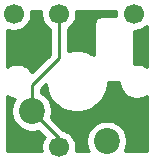
<source format=gbr>
G04 #@! TF.GenerationSoftware,KiCad,Pcbnew,(5.1.5)-3*
G04 #@! TF.CreationDate,2021-09-28T00:22:23-05:00*
G04 #@! TF.ProjectId,Pikatea handwire helpers,50696b61-7465-4612-9068-616e64776972,rev?*
G04 #@! TF.SameCoordinates,Original*
G04 #@! TF.FileFunction,Copper,L1,Top*
G04 #@! TF.FilePolarity,Positive*
%FSLAX46Y46*%
G04 Gerber Fmt 4.6, Leading zero omitted, Abs format (unit mm)*
G04 Created by KiCad (PCBNEW (5.1.5)-3) date 2021-09-28 00:22:23*
%MOMM*%
%LPD*%
G04 APERTURE LIST*
%ADD10C,1.700000*%
%ADD11C,2.200000*%
%ADD12C,0.250000*%
%ADD13C,0.254000*%
G04 APERTURE END LIST*
D10*
X145415000Y-101727000D03*
X145415000Y-90424000D03*
X141605000Y-90424000D03*
X151765000Y-90424000D03*
D11*
X143129000Y-98679000D03*
X149479000Y-101219000D03*
D12*
X143129000Y-97123366D02*
X143129000Y-98679000D01*
X143129000Y-96507998D02*
X143129000Y-97123366D01*
X145415000Y-94221998D02*
X143129000Y-96507998D01*
X145415000Y-90424000D02*
X145415000Y-94221998D01*
X145415000Y-100965000D02*
X145415000Y-101727000D01*
X143129000Y-98679000D02*
X145415000Y-100965000D01*
D13*
G36*
X141155589Y-97454990D02*
G01*
X141425842Y-97566932D01*
X141712740Y-97624000D01*
X141747261Y-97624000D01*
X141591463Y-97857169D01*
X141460675Y-98172919D01*
X141394000Y-98508117D01*
X141394000Y-98849883D01*
X141460675Y-99185081D01*
X141591463Y-99500831D01*
X141781337Y-99784998D01*
X142023002Y-100026663D01*
X142307169Y-100216537D01*
X142622919Y-100347325D01*
X142958117Y-100414000D01*
X143299883Y-100414000D01*
X143635081Y-100347325D01*
X143696912Y-100321714D01*
X144219084Y-100843886D01*
X144099010Y-101023589D01*
X143987068Y-101293842D01*
X143930000Y-101580740D01*
X143930000Y-101873260D01*
X143966747Y-102058000D01*
X141020000Y-102058000D01*
X141020000Y-97364392D01*
X141155589Y-97454990D01*
G37*
X141155589Y-97454990D02*
X141425842Y-97566932D01*
X141712740Y-97624000D01*
X141747261Y-97624000D01*
X141591463Y-97857169D01*
X141460675Y-98172919D01*
X141394000Y-98508117D01*
X141394000Y-98849883D01*
X141460675Y-99185081D01*
X141591463Y-99500831D01*
X141781337Y-99784998D01*
X142023002Y-100026663D01*
X142307169Y-100216537D01*
X142622919Y-100347325D01*
X142958117Y-100414000D01*
X143299883Y-100414000D01*
X143635081Y-100347325D01*
X143696912Y-100321714D01*
X144219084Y-100843886D01*
X144099010Y-101023589D01*
X143987068Y-101293842D01*
X143930000Y-101580740D01*
X143930000Y-101873260D01*
X143966747Y-102058000D01*
X141020000Y-102058000D01*
X141020000Y-97364392D01*
X141155589Y-97454990D01*
G36*
X150534000Y-96285260D02*
G01*
X150591068Y-96572158D01*
X150703010Y-96842411D01*
X150865525Y-97085632D01*
X151072368Y-97292475D01*
X151315589Y-97454990D01*
X151585842Y-97566932D01*
X151872740Y-97624000D01*
X152165260Y-97624000D01*
X152452158Y-97566932D01*
X152722411Y-97454990D01*
X152858000Y-97364392D01*
X152858000Y-102058000D01*
X151005065Y-102058000D01*
X151016537Y-102040831D01*
X151147325Y-101725081D01*
X151214000Y-101389883D01*
X151214000Y-101048117D01*
X151147325Y-100712919D01*
X151016537Y-100397169D01*
X150826663Y-100113002D01*
X150584998Y-99871337D01*
X150300831Y-99681463D01*
X149985081Y-99550675D01*
X149649883Y-99484000D01*
X149308117Y-99484000D01*
X148972919Y-99550675D01*
X148657169Y-99681463D01*
X148373002Y-99871337D01*
X148131337Y-100113002D01*
X147941463Y-100397169D01*
X147810675Y-100712919D01*
X147744000Y-101048117D01*
X147744000Y-101389883D01*
X147810675Y-101725081D01*
X147941463Y-102040831D01*
X147952935Y-102058000D01*
X146863253Y-102058000D01*
X146900000Y-101873260D01*
X146900000Y-101580740D01*
X146842932Y-101293842D01*
X146730990Y-101023589D01*
X146568475Y-100780368D01*
X146361632Y-100573525D01*
X146118411Y-100411010D01*
X145848158Y-100299068D01*
X145817839Y-100293037D01*
X144771714Y-99246912D01*
X144797325Y-99185081D01*
X144864000Y-98849883D01*
X144864000Y-98508117D01*
X144797325Y-98172919D01*
X144666537Y-97857169D01*
X144476663Y-97573002D01*
X144234998Y-97331337D01*
X143950831Y-97141463D01*
X143889000Y-97115852D01*
X143889000Y-96822799D01*
X144305539Y-96406261D01*
X144405261Y-96907601D01*
X144603893Y-97387141D01*
X144892262Y-97818715D01*
X145259285Y-98185738D01*
X145690859Y-98474107D01*
X146170399Y-98672739D01*
X146679475Y-98774000D01*
X147198525Y-98774000D01*
X147707601Y-98672739D01*
X148187141Y-98474107D01*
X148618715Y-98185738D01*
X148985738Y-97818715D01*
X149274107Y-97387141D01*
X149472739Y-96907601D01*
X149574000Y-96398525D01*
X149574000Y-96189000D01*
X150534000Y-96189000D01*
X150534000Y-96285260D01*
G37*
X150534000Y-96285260D02*
X150591068Y-96572158D01*
X150703010Y-96842411D01*
X150865525Y-97085632D01*
X151072368Y-97292475D01*
X151315589Y-97454990D01*
X151585842Y-97566932D01*
X151872740Y-97624000D01*
X152165260Y-97624000D01*
X152452158Y-97566932D01*
X152722411Y-97454990D01*
X152858000Y-97364392D01*
X152858000Y-102058000D01*
X151005065Y-102058000D01*
X151016537Y-102040831D01*
X151147325Y-101725081D01*
X151214000Y-101389883D01*
X151214000Y-101048117D01*
X151147325Y-100712919D01*
X151016537Y-100397169D01*
X150826663Y-100113002D01*
X150584998Y-99871337D01*
X150300831Y-99681463D01*
X149985081Y-99550675D01*
X149649883Y-99484000D01*
X149308117Y-99484000D01*
X148972919Y-99550675D01*
X148657169Y-99681463D01*
X148373002Y-99871337D01*
X148131337Y-100113002D01*
X147941463Y-100397169D01*
X147810675Y-100712919D01*
X147744000Y-101048117D01*
X147744000Y-101389883D01*
X147810675Y-101725081D01*
X147941463Y-102040831D01*
X147952935Y-102058000D01*
X146863253Y-102058000D01*
X146900000Y-101873260D01*
X146900000Y-101580740D01*
X146842932Y-101293842D01*
X146730990Y-101023589D01*
X146568475Y-100780368D01*
X146361632Y-100573525D01*
X146118411Y-100411010D01*
X145848158Y-100299068D01*
X145817839Y-100293037D01*
X144771714Y-99246912D01*
X144797325Y-99185081D01*
X144864000Y-98849883D01*
X144864000Y-98508117D01*
X144797325Y-98172919D01*
X144666537Y-97857169D01*
X144476663Y-97573002D01*
X144234998Y-97331337D01*
X143950831Y-97141463D01*
X143889000Y-97115852D01*
X143889000Y-96822799D01*
X144305539Y-96406261D01*
X144405261Y-96907601D01*
X144603893Y-97387141D01*
X144892262Y-97818715D01*
X145259285Y-98185738D01*
X145690859Y-98474107D01*
X146170399Y-98672739D01*
X146679475Y-98774000D01*
X147198525Y-98774000D01*
X147707601Y-98672739D01*
X148187141Y-98474107D01*
X148618715Y-98185738D01*
X148985738Y-97818715D01*
X149274107Y-97387141D01*
X149472739Y-96907601D01*
X149574000Y-96398525D01*
X149574000Y-96189000D01*
X150534000Y-96189000D01*
X150534000Y-96285260D01*
G36*
X143930000Y-90277740D02*
G01*
X143930000Y-90570260D01*
X143987068Y-90857158D01*
X144099010Y-91127411D01*
X144261525Y-91370632D01*
X144468368Y-91577475D01*
X144655000Y-91702179D01*
X144655001Y-93907195D01*
X143155611Y-95406586D01*
X143012475Y-95192368D01*
X142805632Y-94985525D01*
X142562411Y-94823010D01*
X142292158Y-94711068D01*
X142005260Y-94654000D01*
X141712740Y-94654000D01*
X141425842Y-94711068D01*
X141155589Y-94823010D01*
X141020000Y-94913608D01*
X141020000Y-91789037D01*
X141171842Y-91851932D01*
X141458740Y-91909000D01*
X141751260Y-91909000D01*
X142038158Y-91851932D01*
X142308411Y-91739990D01*
X142551632Y-91577475D01*
X142758475Y-91370632D01*
X142920990Y-91127411D01*
X143032932Y-90857158D01*
X143090000Y-90570260D01*
X143090000Y-90277740D01*
X143078515Y-90220000D01*
X143941485Y-90220000D01*
X143930000Y-90277740D01*
G37*
X143930000Y-90277740D02*
X143930000Y-90570260D01*
X143987068Y-90857158D01*
X144099010Y-91127411D01*
X144261525Y-91370632D01*
X144468368Y-91577475D01*
X144655000Y-91702179D01*
X144655001Y-93907195D01*
X143155611Y-95406586D01*
X143012475Y-95192368D01*
X142805632Y-94985525D01*
X142562411Y-94823010D01*
X142292158Y-94711068D01*
X142005260Y-94654000D01*
X141712740Y-94654000D01*
X141425842Y-94711068D01*
X141155589Y-94823010D01*
X141020000Y-94913608D01*
X141020000Y-91789037D01*
X141171842Y-91851932D01*
X141458740Y-91909000D01*
X141751260Y-91909000D01*
X142038158Y-91851932D01*
X142308411Y-91739990D01*
X142551632Y-91577475D01*
X142758475Y-91370632D01*
X142920990Y-91127411D01*
X143032932Y-90857158D01*
X143090000Y-90570260D01*
X143090000Y-90277740D01*
X143078515Y-90220000D01*
X143941485Y-90220000D01*
X143930000Y-90277740D01*
G36*
X152858001Y-94913608D02*
G01*
X152722411Y-94823010D01*
X152452158Y-94711068D01*
X152165260Y-94654000D01*
X151872740Y-94654000D01*
X151815000Y-94665485D01*
X151815000Y-91909000D01*
X151911260Y-91909000D01*
X152198158Y-91851932D01*
X152468411Y-91739990D01*
X152711632Y-91577475D01*
X152858001Y-91431106D01*
X152858001Y-94913608D01*
G37*
X152858001Y-94913608D02*
X152722411Y-94823010D01*
X152452158Y-94711068D01*
X152165260Y-94654000D01*
X151872740Y-94654000D01*
X151815000Y-94665485D01*
X151815000Y-91909000D01*
X151911260Y-91909000D01*
X152198158Y-91851932D01*
X152468411Y-91739990D01*
X152711632Y-91577475D01*
X152858001Y-91431106D01*
X152858001Y-94913608D01*
G36*
X150280000Y-90277740D02*
G01*
X150280000Y-90570260D01*
X150291485Y-90628000D01*
X149131647Y-90628000D01*
X149098000Y-90624686D01*
X149064353Y-90628000D01*
X148963717Y-90637912D01*
X148834594Y-90677081D01*
X148715593Y-90740688D01*
X148611289Y-90826289D01*
X148525688Y-90930593D01*
X148462081Y-91049594D01*
X148422912Y-91178717D01*
X148409686Y-91313000D01*
X148413000Y-91346647D01*
X148413001Y-93954808D01*
X148187141Y-93803893D01*
X147707601Y-93605261D01*
X147198525Y-93504000D01*
X146679475Y-93504000D01*
X146175000Y-93604346D01*
X146175000Y-91702178D01*
X146361632Y-91577475D01*
X146568475Y-91370632D01*
X146730990Y-91127411D01*
X146842932Y-90857158D01*
X146900000Y-90570260D01*
X146900000Y-90277740D01*
X146888515Y-90220000D01*
X150291485Y-90220000D01*
X150280000Y-90277740D01*
G37*
X150280000Y-90277740D02*
X150280000Y-90570260D01*
X150291485Y-90628000D01*
X149131647Y-90628000D01*
X149098000Y-90624686D01*
X149064353Y-90628000D01*
X148963717Y-90637912D01*
X148834594Y-90677081D01*
X148715593Y-90740688D01*
X148611289Y-90826289D01*
X148525688Y-90930593D01*
X148462081Y-91049594D01*
X148422912Y-91178717D01*
X148409686Y-91313000D01*
X148413000Y-91346647D01*
X148413001Y-93954808D01*
X148187141Y-93803893D01*
X147707601Y-93605261D01*
X147198525Y-93504000D01*
X146679475Y-93504000D01*
X146175000Y-93604346D01*
X146175000Y-91702178D01*
X146361632Y-91577475D01*
X146568475Y-91370632D01*
X146730990Y-91127411D01*
X146842932Y-90857158D01*
X146900000Y-90570260D01*
X146900000Y-90277740D01*
X146888515Y-90220000D01*
X150291485Y-90220000D01*
X150280000Y-90277740D01*
M02*

</source>
